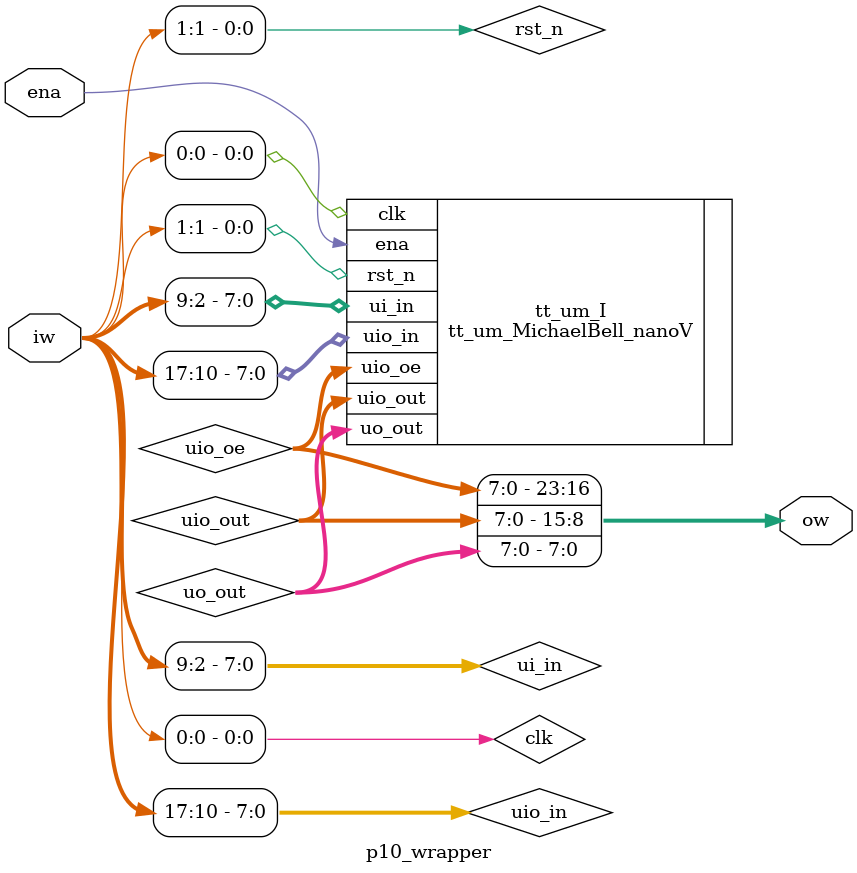
<source format=v>
`default_nettype none

module p10_wrapper (
  input wire ena,
  input wire [17:0] iw,
  output wire [23:0] ow
);

wire [7:0] uio_in;
wire [7:0] uio_out;
wire [7:0] uio_oe;
wire [7:0] uo_out;
wire [7:0] ui_in;
wire clk;
wire rst_n;

assign { uio_in, ui_in, rst_n, clk} = iw;
assign ow = { uio_oe, uio_out, uo_out };

tt_um_MichaelBell_nanoV tt_um_I (
  .uio_in  (uio_in),
  .uio_out (uio_out),
  .uio_oe  (uio_oe),
  .uo_out  (uo_out),
  .ui_in   (ui_in),
  .ena     (ena),
  .clk     (clk),
  .rst_n   (rst_n)
);

endmodule

</source>
